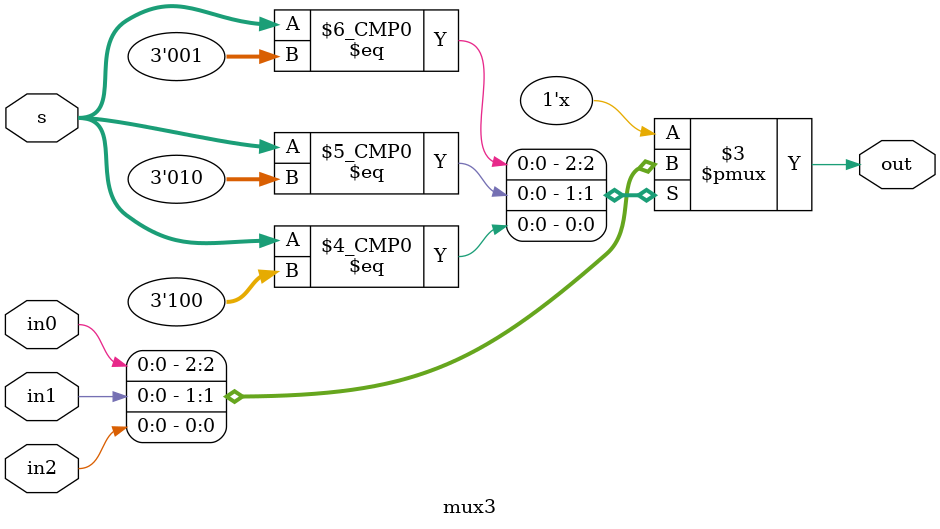
<source format=sv>
`define S_RST 6'b000000

`define S_MOV_IMM 6'b000001

`define S_MOV_1 6'b000010
`define S_MOV_2 6'b000011
`define S_MOV_3 6'b000100

`define S_ADD_1 6'b000101
`define S_ADD_2 6'b000110
`define S_ADD_3 6'b000111
`define S_ADD_4 6'b001000

`define S_CMP_1 6'b001001
`define S_CMP_2 6'b001010
`define S_CMP_3 6'b001011

`define S_AND_1 6'b001100
`define S_AND_2 6'b001101
`define S_AND_3 6'b001110
`define S_AND_4 6'b001111

`define S_MVN_1 6'b010000
`define S_MVN_2 6'b010001
`define S_MVN_3 6'b010010

`define S_IF1 6'b010011
`define S_IF2 6'b010100
`define S_UPC 6'b010101

`define S_LDR1 6'b010110
`define S_LDR2 6'b010111
`define S_LDR3 6'b011000
`define S_LDR4 6'b011001
`define S_LDR5 6'b011010

`define S_STR1 6'b011011
`define S_STR2 6'b011100
`define S_STR3 6'b011101
`define S_STR4 6'b011110
`define S_STR5 6'b011111
`define S_STR6 6'b100000

`define S_HALT 6'b100001

`define OPCODE_MOV 3'b110
`define OPCODE_ALU 3'b101
`define OPCODE_LDR 3'b011
`define OPCODE_STR 3'b100
`define OPCODE_HALT 3'b111

//op for mov instructions
`define MOV_IMM 2'b10
`define MOV_REG 2'b00

//op for alu instructions
`define ALU_ADD 2'b00
`define ALU_CMP 2'b01
`define ALU_AND 2'b10
`define ALU_MVN 2'b11

//nsel onehot
`define NSEL_RN 3'b001
`define NSEL_RD 3'b010
`define NSEL_RM 3'b100

//vsel onehot
`define VSEL_MDATA 4'b0001
`define VSEL_IMM 4'b0010
`define VSEL_PC 4'b0100
`define VSEL_C 4'b1000

//steps
`define STEP0 3'b000
`define STEP1 3'b001
`define STEP2 3'b010
`define STEP3 3'b011

//mem_cmd
`define MNONE 2'b00
`define MREAD 2'b01
`define MWRITE 2'b10


module cpu(clk,reset,s,load,in,out,N,V,Z,w, mem_cmd, mem_addr, read_data, write_data, PC);
    input clk, reset, s, load;
    input [15:0] in;
    output [15:0] out;
    output N, V, Z, w;

    input [15:0] read_data;
    output [1:0] mem_cmd;
    output [8:0] mem_addr;
    output [15:0] write_data;
    
    wire [15:0] reg_to_dec;

    //fsm to dec wires
    wire [2:0] opcode;
    wire [1:0] op;
    wire [2:0] nsel;

    //dec to datapath wires
    wire [1:0] ALUop;
    wire [15:0] sximm5;
    wire [15:0] sximm8;
    wire [1:0] shift;
    wire [2:0] readnum;
    wire [2:0] writenum;
    wire [15:0] mdata;
    output [8:0] PC;
    wire [8:0] next_pc;
    wire load_ir;
    wire load_addr;
    wire [8:0] data_addr;

    assign mdata = {16{1'b0}};


    // fsm to PC wires, and other PC wires
    wire load_pc, reset_pc, addr_sel;
    wire [8:0] pcplus;

    // add 1 to PC
    assign pcplus = PC + 1;

    // load enabled register for program counter
    LE_reg #(9) PC_REG(next_pc, load_pc, clk, PC);
    
    // 2 - input binary select multiplexer for program counter
    mux2 #(9) PC_MUX(pcplus, {9{1'b0}}, reset_pc, next_pc);

    // 2 - input binary select address multiplexer
    mux2 #(9) ADDR_MUX(data_addr, PC, addr_sel, mem_addr);

    LE_reg #(9) DATA_ADDRESS(write_data[8:0],load_addr,clk,data_addr);


    //fsm to datapath wires
    wire [3:0] vsel;
    wire loada, loadb, loadc, loads, asel, bsel, write;

    // load enabled register for instruction register
    LE_reg #(16) INS_REG(read_data, load_ir, clk, reg_to_dec);

    // instantiate instruction decoder to decode instruction register output
    instruction_decoder INS_DEC(reg_to_dec, nsel, opcode, op, ALUop, sximm5, sximm8, shift, readnum, writenum);

    // instantiate state machine
    state_machine FSM(
        .s (s),
        .reset (reset),
        .clk (clk),
        .opcode (opcode),
        .op (op),
        .nsel (nsel),
        .vsel (vsel),
        .loada (loada),
        .loadb (loadb),
        .loadc (loadc),
        .loads (loads),
        .asel (asel),
        .bsel (bsel),
        .write (write),
        .w (w),
        .load_ir (load_ir),
        .mem_cmd (mem_cmd),
        .addr_sel (addr_sel),
        .load_pc (load_pc),
        .reset_pc (reset_pc),
        .load_addr (load_addr)
    );

    // instantiate datapath from lab 5
    datapath DP( .clk         (clk), // recall from Lab 4 that KEY0 is 1 when NOT pushed
    
                    //things, stuffs, and more
                    .mdata (read_data),
                    .sximm8 (sximm8),
                    .sximm5 (sximm5),
                    .PC (PC[7:0]),

                    // register operand fetch stage
                    .readnum     (readnum),
                    .vsel        (vsel),
                    .loada       (loada),
                    .loadb       (loadb),

                    // computation stage (sometimes called "execute")
                    .shift       (shift),
                    .asel        (asel),
                    .bsel        (bsel),
                    .ALUop       (ALUop),
                    .loadc       (loadc),
                    .loads       (loads),

                    // set when "writing back" to register file
                    .writenum    (writenum),
                    .write       (write),  

                    // outputs
                    .C (write_data),
                    .status_out ({Z, V, N})
                );

endmodule

module instruction_decoder(from_reg, nsel, opcode, op, ALUop, sximm5, sximm8, shift, readnum, writenum);
    input [15:0] from_reg;
    input [2:0] nsel;

    output [2:0] opcode;
    output [1:0] op;
    output [1:0] ALUop;
    output [15:0] sximm5;
    output [15:0] sximm8;
    output [1:0] shift;
    output [2:0] readnum;
    output [2:0] writenum;

    wire [4:0] imm5;
    wire [7:0] imm8;
    wire [2:0] Rn, Rd, Rm;

    // assign wires according to description in lab figure 8
    assign opcode = from_reg[15:13];
    assign op = from_reg[12:11];
    assign ALUop = from_reg[12:11];
    assign imm5 = from_reg[4:0];
    assign imm8 = from_reg[7:0];
    assign shift = opcode == 3'b100 ? 2'b00 : from_reg[4:3]; //if we are STRing, shift is 00
    assign writenum = readnum;
    assign {Rn, Rd, Rm} = {from_reg[10:8], from_reg[7:5], from_reg[2:0]};

    // sign extend imm5 and imm8 accordingly with sign_extension module
    sign_extend #(5,16) sign_extend_5to16(imm5, sximm5);
    sign_extend #(8, 16) sign_extend_8to16(imm8, sximm8);

    // mux to select which register to read from
    mux3 #(3) reg_mux(Rn, Rd, Rm, nsel, readnum);


endmodule

module state_machine(s, reset, //cpu input
clk,
 opcode, op, nsel, //to/from instructional decoder
 vsel, loada, loadb, loadc, loads, asel, bsel, write, //these go to datapath
 load_ir, mem_cmd, addr_sel, load_pc, reset_pc, load_addr,
    w //cpu output
);
    input clk;
    input s, reset;
    input [2:0] opcode;
    input [1:0] op;
    
    output reg load_ir, addr_sel, load_pc, reset_pc, load_addr;
    output reg [1:0] mem_cmd;

    output reg [2:0] nsel;
    output reg w;

    output reg [3:0] vsel;
    output reg loada, loadb, loadc, loads, asel, bsel, write;

    reg [5:0] state;
    reg [13:0] next; // {nsel, vsel, loada, loadb, loadc, loads, asel, bsel, write}
    reg [6:0] next2; // {load_ir, addr_sel, load_pc, reset_pc, mem_cmd, load_addr}

    // assign outputs based on the output of state machine 
    assign {nsel, vsel, loada, loadb, loadc, loads, asel, bsel, write} = next;
    assign {load_ir, addr_sel, load_pc, reset_pc, mem_cmd, load_addr} = next2;

    //state transitions
    always_ff @(posedge clk) begin
        if (reset)
            state = `S_RST;
        else begin
            case (state)
                `S_RST: state = `S_IF1;

                `S_IF1: state = `S_IF2;

                `S_IF2: state = `S_UPC;

                `S_UPC : begin
                    // move from WAIT only if s 
                    //if (s) begin
                        case (opcode)

                            //if opcode goes towards mov instructions:
                            `OPCODE_MOV: begin
                                case(op)
                                    `MOV_IMM: state = `S_MOV_IMM;
                                    `MOV_REG: state = `S_MOV_1;
                                    default: state = 6'bxxxxxx;
                                endcase
                            end

                            //if opcode goes towards alu instructions:
                            `OPCODE_ALU: begin
                                case(op)
                                    `ALU_ADD: state = `S_ADD_1;
                                    `ALU_CMP: state = `S_CMP_1;
                                    `ALU_AND: state = `S_AND_1;
                                    `ALU_MVN: state = `S_MVN_1;
                                    default: state = 6'bxxxxxx;
                                endcase
                            end

                            `OPCODE_LDR: state = op == 2'b00 ? `S_LDR1 : {6{1'bx}};
                        
                            `OPCODE_STR: state = op == 2'b00 ? `S_STR1 : {6{1'bx}};

                            `OPCODE_HALT: state = `S_HALT;

                            default: state = 6'bxxxxxx;
                        endcase
                    //end 
                end

                // rest of the state changes just go to the next state in the sequence, or go to WAIT if 
                // we just finished the last step of an instruction

                `S_MOV_IMM: state = `S_IF1;

                `S_MOV_1: state = `S_MOV_2;
                `S_MOV_2: state = `S_MOV_3;
                `S_MOV_3: state = `S_IF1;

                `S_ADD_1: state = `S_ADD_2;
                `S_ADD_2: state = `S_ADD_3;
                `S_ADD_3: state = `S_ADD_4;
                `S_ADD_4: state = `S_IF1;

                `S_CMP_1: state = `S_CMP_2;
                `S_CMP_2: state = `S_CMP_3;
                `S_CMP_3: state = `S_IF1;

                `S_AND_1: state = `S_AND_2;
                `S_AND_2: state = `S_AND_3;
                `S_AND_3: state = `S_AND_4;
                `S_AND_4: state = `S_IF1;

                `S_MVN_1: state = `S_MVN_2;
                `S_MVN_2: state = `S_MVN_3;
                `S_MVN_3: state = `S_IF1;

                `S_LDR1: state = `S_LDR2;
                `S_LDR2: state = `S_LDR3;
                `S_LDR3: state = `S_LDR4;
                `S_LDR4: state = `S_LDR5;
                `S_LDR5: state = `S_IF1;

                `S_STR1: state = `S_STR2;
                `S_STR2: state = `S_STR3;
                `S_STR3: state = `S_STR4;
                `S_STR4: state = `S_STR5;
                `S_STR5: state = `S_STR6;
                `S_STR6: state = `S_IF1;

                `S_HALT: state = `S_HALT;

                default: state = 6'bxxxxxx;
            endcase
        
        end
    end


    //state output
    always_comb begin
        next = {14{1'b0}};
        next2 = {7{1'b0}};
        w = 0;

        // change state machine outputs based off of current state 
        case (state)
            `S_RST: next2 = {1'b0, 1'b0, 1'b1, 1'b1, `MNONE, 1'b0};

            //              {load_ir, addr_sel, load_pc, reset_pc, mem_cmd, load_addr}
            `S_IF1: next2 = {1'b0, 1'b1, 1'b0, 1'b0, `MREAD, 1'b0};

            `S_IF2: next2 = {1'b1, 1'b1, 1'b0, 1'b0, `MREAD, 1'b0};

            `S_UPC: next2 = {1'b0, 1'b0, 1'b1, 1'b0, `MNONE, 1'b0};

            // write = 1
            `S_MOV_IMM: next = {`NSEL_RN, `VSEL_IMM, 1'b0, 1'b0, 1'b0, 1'b0, 1'b0, 1'b0, 1'b1}; 

            // loadb = 1
            `S_MOV_1: next = {`NSEL_RM, 4'b0000, 1'b0, 1'b1, 1'b0, 1'b0, 1'b0, 1'b0, 1'b0}; 

            // loadc = 1, asel = 1, bsel = 0
            `S_MOV_2: next = {3'b000, 4'b0000, 1'b0, 1'b0, 1'b1, 1'b0, 1'b1, 1'b0, 1'b0};

            // write = 1
            `S_MOV_3: next = {`NSEL_RD, `VSEL_C, 1'b0, 1'b0, 1'b0, 1'b0, 1'b0, 1'b0, 1'b1}; 

            // loadb = 1
            `S_ADD_1: next = {`NSEL_RM, 4'b0000, 1'b0, 1'b1, 1'b0, 1'b0, 1'b0, 1'b0, 1'b0}; 

            // loada = 1
            `S_ADD_2: next = {`NSEL_RN, 4'b0000, 1'b1, 1'b0, 1'b0, 1'b0, 1'b0, 1'b0, 1'b0}; 

            // loadc = 1, asel = 0, bsel = 0
            `S_ADD_3: next = {3'b000, 4'b0000, 1'b0, 1'b0, 1'b1, 1'b0, 1'b0, 1'b0, 1'b0}; 

            // write = 1
            `S_ADD_4: next = {`NSEL_RD, `VSEL_C, 1'b0, 1'b0, 1'b0, 1'b0, 1'b0, 1'b0, 1'b1}; 

            // loadb = 1
            `S_CMP_1: next = {`NSEL_RM, 4'b0000, 1'b0, 1'b1, 1'b0, 1'b0, 1'b0, 1'b0, 1'b0}; 

            // loada = 1
            `S_CMP_2: next = {`NSEL_RN, 4'b0000, 1'b1, 1'b0, 1'b0, 1'b0, 1'b0, 1'b0, 1'b0}; 

            // loads = 1, asel = 0, bsel = 0
            `S_CMP_3: next = {3'b000, 4'b0000, 1'b0, 1'b0, 1'b0, 1'b1, 1'b0, 1'b0, 1'b0}; 

            // loadb = 1
            `S_AND_1: next = {`NSEL_RM, 4'b0000, 1'b0, 1'b1, 1'b0, 1'b0, 1'b0, 1'b0, 1'b0};

            // loada = 1
            `S_AND_2: next = {`NSEL_RN, 4'b0000, 1'b1, 1'b0, 1'b0, 1'b0, 1'b0, 1'b0, 1'b0}; 

            // loadc = 1, asel = 0, bsel = 0
            `S_AND_3: next = {3'b000, 4'b0000, 1'b0, 1'b0, 1'b1, 1'b0, 1'b0, 1'b0, 1'b0}; 

            // write = 1
            `S_AND_4: next = {`NSEL_RD, `VSEL_C, 1'b0, 1'b0, 1'b0, 1'b0, 1'b0, 1'b0, 1'b1}; 

            // loadb = 1
            `S_MVN_1: next = {`NSEL_RM, 4'b0000, 1'b0, 1'b1, 1'b0, 1'b0, 1'b0, 1'b0, 1'b0}; 

            // loadc = 1, asel = 1, bsel = 0
            `S_MVN_2: next = {3'b000, 4'b0000, 1'b0, 1'b0, 1'b1, 1'b0, 1'b1, 1'b0, 1'b0}; 

            // write = 1
            `S_MVN_3: next = {`NSEL_RD, `VSEL_C, 1'b0, 1'b0, 1'b0, 1'b0, 1'b0, 1'b0, 1'b1}; 

            //load Rn into A
            `S_LDR1: begin
                //     {nsel, vsel, loada, loadb, loadc, loads, asel, bsel, write}
                next = {`NSEL_RN, `VSEL_MDATA, 1'b1, 1'b0, 1'b0, 1'b0, 1'b0, 1'b0, 1'b0};
                //      {load_ir, addr_sel, load_pc, reset_pc, mem_cmd, load_addr}
                next2 = {1'b0, 1'b1, 1'b0, 1'b0, `MREAD, 1'b0};
            end

            //add A to sximm5 (bsel = 1), load into C
            //bsel = 1, loadc = 1
            `S_LDR2: begin
                //     {nsel, vsel, loada, loadb, loadc, loads, asel, bsel, write}
                next = {`NSEL_RN, `VSEL_MDATA, 1'b0, 1'b0, 1'b1, 1'b0, 1'b0, 1'b1, 1'b0};
                //      {load_ir, addr_sel, load_pc, reset_pc, mem_cmd, load_addr}
                next2 = {1'b0, 1'b0, 1'b0, 1'b0, `MREAD, 1'b0};
            end

            //load C into data address reg
            //load_addr = 1
            `S_LDR3: begin
                //     {nsel, vsel, loada, loadb, loadc, loads, asel, bsel, write}
                next = {`NSEL_RN, `VSEL_MDATA, 1'b0, 1'b0, 1'b0, 1'b0, 1'b0, 1'b0, 1'b0};
                //      {load_ir, addr_sel, load_pc, reset_pc, mem_cmd, load_addr}
                next2 = {1'b0, 1'b0, 1'b0, 1'b0, `MREAD, 1'b1};
            end

            //sets up connections to make a request to access memory at ddress Rn+sximm5
            //addr_sel = 0
            `S_LDR4: begin
                //     {nsel, vsel, loada, loadb, loadc, loads, asel, bsel, write}
                next = {`NSEL_RD, `VSEL_MDATA, 1'b0, 1'b0, 1'b0, 1'b0, 1'b0, 1'b0, 1'b0};
                //      {load_ir, addr_sel, load_pc, reset_pc, mem_cmd, load_addr}
                next2 = {1'b0, 1'b0, 1'b0, 1'b0, `MREAD, 1'b0};
            end

            //load the memory value into Rd
            `S_LDR5: begin
                //     {nsel, vsel, loada, loadb, loadc, loads, asel, bsel, write}
                next = {`NSEL_RD, `VSEL_MDATA, 1'b0, 1'b0, 1'b1, 1'b0, 1'b1, 1'b0, 1'b1};
                //      {load_ir, addr_sel, load_pc, reset_pc, mem_cmd, load_addr}
                next2 = {1'b0, 1'b0, 1'b0, 1'b0, `MREAD, 1'b0};
            end

            //loada = 1, addr_sel = 1
            `S_STR1: begin
                //     {nsel, vsel, loada, loadb, loadc, loads, asel, bsel, write}
                next = {`NSEL_RN, `VSEL_MDATA, 1'b1, 1'b0, 1'b0, 1'b0, 1'b0, 1'b0, 1'b0};
                //      {load_ir, addr_sel, load_pc, reset_pc, mem_cmd, load_addr}
                next2 = {1'b0, 1'b1, 1'b0, 1'b0, `MREAD, 1'b0};
            end
            
            // bsel = 1
            `S_STR2: begin
                //     {nsel, vsel, loada, loadb, loadc, loads, asel, bsel, write}
                next = {`NSEL_RN, `VSEL_MDATA, 1'b0, 1'b0, 1'b1, 1'b0, 1'b0, 1'b1, 1'b0};
                //      {load_ir, addr_sel, load_pc, reset_pc, mem_cmd, load_addr}
                next2 = {1'b0, 1'b0, 1'b0, 1'b0, `MREAD, 1'b0};
            end

            // load_addr = 1, addr_sel = 0
            `S_STR3: begin
                //     {nsel, vsel, loada, loadb, loadc, loads, asel, bsel, write}
                next = {`NSEL_RN, `VSEL_MDATA, 1'b0, 1'b0, 1'b0, 1'b0, 1'b0, 1'b0, 1'b0};
                //      {load_ir, addr_sel, load_pc, reset_pc, mem_cmd, load_addr}
                next2 = {1'b0, 1'b0, 1'b0, 1'b0, `MREAD, 1'b1};
            end

            //loadb = 1
            `S_STR4: begin
                //     {nsel, vsel, loada, loadb, loadc, loads, asel, bsel, write}
                next = {`NSEL_RD, `VSEL_MDATA, 1'b0, 1'b1, 1'b0, 1'b0, 1'b0, 1'b0, 1'b0};
                //      {load_ir, addr_sel, load_pc, reset_pc, mem_cmd, load_addr}
                next2 = {1'b0, 1'b0, 1'b0, 1'b0, `MREAD, 1'b0};
            end


            //loadc = 1, asel = 1
            `S_STR5: begin
                //     {nsel, vsel, loada, loadb, loadc, loads, asel, bsel, write}
                next = {`NSEL_RD, `VSEL_MDATA, 1'b0, 1'b0, 1'b1, 1'b0, 1'b1, 1'b0, 1'b0};
                //      {load_ir, addr_sel, load_pc, reset_pc, mem_cmd, load_addr}
                next2 = {1'b0, 1'b0, 1'b0, 1'b0, `MREAD, 1'b0};
            end

            // write mode for memory
            `S_STR6: begin
                //     {nsel, vsel, loada, loadb, loadc, loads, asel, bsel, write}
                next = {`NSEL_RD, `VSEL_MDATA, 1'b0, 1'b0, 1'b0, 1'b0, 1'b0, 1'b0, 1'b0};
                //      {load_ir, addr_sel, load_pc, reset_pc, mem_cmd, load_addr}
                next2 = {1'b0, 1'b0, 1'b0, 1'b0, `MWRITE, 1'b0};
            end


            //no need for default because we already have default values for next and next2 (in case we forget)

        endcase
        
    end

endmodule

// definition of sign_extension module
module sign_extend(in, out);
    parameter n = 5;
    parameter m = 16;

    input [n - 1 : 0] in;
    output reg [m - 1 : 0] out;

    // extend sign based off of most significant bit of the input
    always_comb begin
        if (in[n - 1] == 0) 
            out = {{(m - n){1'b0}}, in};
        else 
            out = {{(m - n){1'b1}}, in};
    end

endmodule

module mux3(in0, in1, in2, s, out);
    parameter n = 1;
    input [n-1: 0] in0;
    input [n-1: 0] in1;
    input [n-1: 0] in2;
    input [2:0] s;
    output reg [n-1: 0] out;

    //if select is 0, then out should be in0 (the input marked to be outputted when select is set to 0), 
    //otherwise select should be 1 and output is in1 (the input marked to be outputted when select is set to 1)
    always_comb begin
        case(s) 
            3'b001: out = in0;
            3'b010: out = in1;
            3'b100: out = in2;
            default: out = {n{1'bx}};
        endcase
    end
endmodule

</source>
